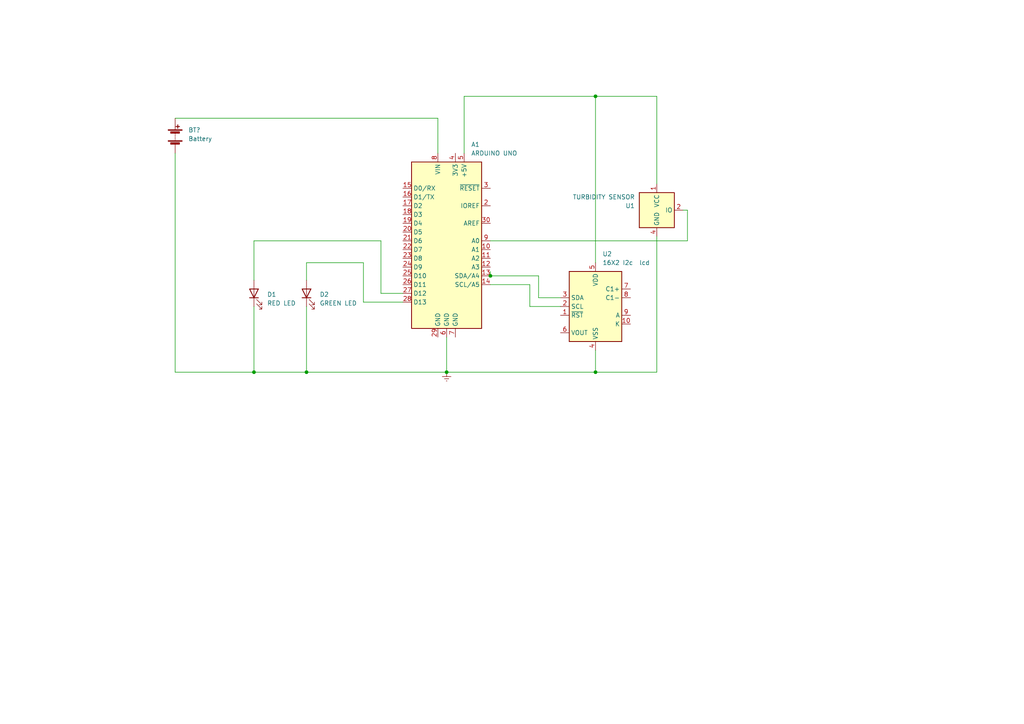
<source format=kicad_sch>
(kicad_sch (version 20211123) (generator eeschema)

  (uuid 81cd3fc0-3d10-4c64-a433-2f4038f8770e)

  (paper "A4")

  (lib_symbols
    (symbol "Device:Battery" (pin_numbers hide) (pin_names (offset 0) hide) (in_bom yes) (on_board yes)
      (property "Reference" "BT" (id 0) (at 2.54 2.54 0)
        (effects (font (size 1.27 1.27)) (justify left))
      )
      (property "Value" "Battery" (id 1) (at 2.54 0 0)
        (effects (font (size 1.27 1.27)) (justify left))
      )
      (property "Footprint" "" (id 2) (at 0 1.524 90)
        (effects (font (size 1.27 1.27)) hide)
      )
      (property "Datasheet" "~" (id 3) (at 0 1.524 90)
        (effects (font (size 1.27 1.27)) hide)
      )
      (property "ki_keywords" "batt voltage-source cell" (id 4) (at 0 0 0)
        (effects (font (size 1.27 1.27)) hide)
      )
      (property "ki_description" "Multiple-cell battery" (id 5) (at 0 0 0)
        (effects (font (size 1.27 1.27)) hide)
      )
      (symbol "Battery_0_1"
        (rectangle (start -2.032 -1.397) (end 2.032 -1.651)
          (stroke (width 0) (type default) (color 0 0 0 0))
          (fill (type outline))
        )
        (rectangle (start -2.032 1.778) (end 2.032 1.524)
          (stroke (width 0) (type default) (color 0 0 0 0))
          (fill (type outline))
        )
        (rectangle (start -1.3208 -1.9812) (end 1.27 -2.4892)
          (stroke (width 0) (type default) (color 0 0 0 0))
          (fill (type outline))
        )
        (rectangle (start -1.3208 1.1938) (end 1.27 0.6858)
          (stroke (width 0) (type default) (color 0 0 0 0))
          (fill (type outline))
        )
        (polyline
          (pts
            (xy 0 -1.524)
            (xy 0 -1.27)
          )
          (stroke (width 0) (type default) (color 0 0 0 0))
          (fill (type none))
        )
        (polyline
          (pts
            (xy 0 -1.016)
            (xy 0 -0.762)
          )
          (stroke (width 0) (type default) (color 0 0 0 0))
          (fill (type none))
        )
        (polyline
          (pts
            (xy 0 -0.508)
            (xy 0 -0.254)
          )
          (stroke (width 0) (type default) (color 0 0 0 0))
          (fill (type none))
        )
        (polyline
          (pts
            (xy 0 0)
            (xy 0 0.254)
          )
          (stroke (width 0) (type default) (color 0 0 0 0))
          (fill (type none))
        )
        (polyline
          (pts
            (xy 0 0.508)
            (xy 0 0.762)
          )
          (stroke (width 0) (type default) (color 0 0 0 0))
          (fill (type none))
        )
        (polyline
          (pts
            (xy 0 1.778)
            (xy 0 2.54)
          )
          (stroke (width 0) (type default) (color 0 0 0 0))
          (fill (type none))
        )
        (polyline
          (pts
            (xy 0.254 2.667)
            (xy 1.27 2.667)
          )
          (stroke (width 0.254) (type default) (color 0 0 0 0))
          (fill (type none))
        )
        (polyline
          (pts
            (xy 0.762 3.175)
            (xy 0.762 2.159)
          )
          (stroke (width 0.254) (type default) (color 0 0 0 0))
          (fill (type none))
        )
      )
      (symbol "Battery_1_1"
        (pin passive line (at 0 5.08 270) (length 2.54)
          (name "+" (effects (font (size 1.27 1.27))))
          (number "1" (effects (font (size 1.27 1.27))))
        )
        (pin passive line (at 0 -5.08 90) (length 2.54)
          (name "-" (effects (font (size 1.27 1.27))))
          (number "2" (effects (font (size 1.27 1.27))))
        )
      )
    )
    (symbol "Device:LED" (pin_numbers hide) (pin_names (offset 1.016) hide) (in_bom yes) (on_board yes)
      (property "Reference" "D" (id 0) (at 0 2.54 0)
        (effects (font (size 1.27 1.27)))
      )
      (property "Value" "LED" (id 1) (at 0 -2.54 0)
        (effects (font (size 1.27 1.27)))
      )
      (property "Footprint" "" (id 2) (at 0 0 0)
        (effects (font (size 1.27 1.27)) hide)
      )
      (property "Datasheet" "~" (id 3) (at 0 0 0)
        (effects (font (size 1.27 1.27)) hide)
      )
      (property "ki_keywords" "LED diode" (id 4) (at 0 0 0)
        (effects (font (size 1.27 1.27)) hide)
      )
      (property "ki_description" "Light emitting diode" (id 5) (at 0 0 0)
        (effects (font (size 1.27 1.27)) hide)
      )
      (property "ki_fp_filters" "LED* LED_SMD:* LED_THT:*" (id 6) (at 0 0 0)
        (effects (font (size 1.27 1.27)) hide)
      )
      (symbol "LED_0_1"
        (polyline
          (pts
            (xy -1.27 -1.27)
            (xy -1.27 1.27)
          )
          (stroke (width 0.254) (type default) (color 0 0 0 0))
          (fill (type none))
        )
        (polyline
          (pts
            (xy -1.27 0)
            (xy 1.27 0)
          )
          (stroke (width 0) (type default) (color 0 0 0 0))
          (fill (type none))
        )
        (polyline
          (pts
            (xy 1.27 -1.27)
            (xy 1.27 1.27)
            (xy -1.27 0)
            (xy 1.27 -1.27)
          )
          (stroke (width 0.254) (type default) (color 0 0 0 0))
          (fill (type none))
        )
        (polyline
          (pts
            (xy -3.048 -0.762)
            (xy -4.572 -2.286)
            (xy -3.81 -2.286)
            (xy -4.572 -2.286)
            (xy -4.572 -1.524)
          )
          (stroke (width 0) (type default) (color 0 0 0 0))
          (fill (type none))
        )
        (polyline
          (pts
            (xy -1.778 -0.762)
            (xy -3.302 -2.286)
            (xy -2.54 -2.286)
            (xy -3.302 -2.286)
            (xy -3.302 -1.524)
          )
          (stroke (width 0) (type default) (color 0 0 0 0))
          (fill (type none))
        )
      )
      (symbol "LED_1_1"
        (pin passive line (at -3.81 0 0) (length 2.54)
          (name "K" (effects (font (size 1.27 1.27))))
          (number "1" (effects (font (size 1.27 1.27))))
        )
        (pin passive line (at 3.81 0 180) (length 2.54)
          (name "A" (effects (font (size 1.27 1.27))))
          (number "2" (effects (font (size 1.27 1.27))))
        )
      )
    )
    (symbol "Display_Character:NHD-C0220BIZ" (in_bom yes) (on_board yes)
      (property "Reference" "U" (id 0) (at -6.35 11.43 0)
        (effects (font (size 1.27 1.27)))
      )
      (property "Value" "NHD-C0220BIZ" (id 1) (at 8.89 11.43 0)
        (effects (font (size 1.27 1.27)))
      )
      (property "Footprint" "Display:NHD-C0220BiZ" (id 2) (at 0 -15.24 0)
        (effects (font (size 1.27 1.27)) hide)
      )
      (property "Datasheet" "http://www.newhavendisplay.com/specs/NHD-C0220BiZ-FSW-FBW-3V3M.pdf" (id 3) (at -7.62 15.24 0)
        (effects (font (size 1.27 1.27)) hide)
      )
      (property "ki_keywords" "display LCD 20x2" (id 4) (at 0 0 0)
        (effects (font (size 1.27 1.27)) hide)
      )
      (property "ki_description" "LCD 20x2 Alphanumeric 10pin Blue/White/Green Backlight, i2c, 3.3V VDD" (id 5) (at 0 0 0)
        (effects (font (size 1.27 1.27)) hide)
      )
      (property "ki_fp_filters" "NHD*C0220BiZ*" (id 6) (at 0 0 0)
        (effects (font (size 1.27 1.27)) hide)
      )
      (symbol "NHD-C0220BIZ_0_1"
        (rectangle (start -7.62 10.16) (end 7.62 -10.16)
          (stroke (width 0.254) (type default) (color 0 0 0 0))
          (fill (type background))
        )
      )
      (symbol "NHD-C0220BIZ_1_1"
        (pin input line (at -10.16 -2.54 0) (length 2.54)
          (name "~{RST}" (effects (font (size 1.27 1.27))))
          (number "1" (effects (font (size 1.27 1.27))))
        )
        (pin passive line (at 10.16 -5.08 180) (length 2.54)
          (name "K" (effects (font (size 1.27 1.27))))
          (number "10" (effects (font (size 1.27 1.27))))
        )
        (pin input line (at -10.16 0 0) (length 2.54)
          (name "SCL" (effects (font (size 1.27 1.27))))
          (number "2" (effects (font (size 1.27 1.27))))
        )
        (pin bidirectional line (at -10.16 2.54 0) (length 2.54)
          (name "SDA" (effects (font (size 1.27 1.27))))
          (number "3" (effects (font (size 1.27 1.27))))
        )
        (pin power_in line (at 0 -12.7 90) (length 2.54)
          (name "VSS" (effects (font (size 1.27 1.27))))
          (number "4" (effects (font (size 1.27 1.27))))
        )
        (pin power_in line (at 0 12.7 270) (length 2.54)
          (name "VDD" (effects (font (size 1.27 1.27))))
          (number "5" (effects (font (size 1.27 1.27))))
        )
        (pin passive line (at -10.16 -7.62 0) (length 2.54)
          (name "VOUT" (effects (font (size 1.27 1.27))))
          (number "6" (effects (font (size 1.27 1.27))))
        )
        (pin passive line (at 10.16 5.08 180) (length 2.54)
          (name "C1+" (effects (font (size 1.27 1.27))))
          (number "7" (effects (font (size 1.27 1.27))))
        )
        (pin passive line (at 10.16 2.54 180) (length 2.54)
          (name "C1-" (effects (font (size 1.27 1.27))))
          (number "8" (effects (font (size 1.27 1.27))))
        )
        (pin passive line (at 10.16 -2.54 180) (length 2.54)
          (name "A" (effects (font (size 1.27 1.27))))
          (number "9" (effects (font (size 1.27 1.27))))
        )
      )
    )
    (symbol "MCU_Module:Arduino_UNO_R2" (in_bom yes) (on_board yes)
      (property "Reference" "A" (id 0) (at -10.16 23.495 0)
        (effects (font (size 1.27 1.27)) (justify left bottom))
      )
      (property "Value" "Arduino_UNO_R2" (id 1) (at 5.08 -26.67 0)
        (effects (font (size 1.27 1.27)) (justify left top))
      )
      (property "Footprint" "Module:Arduino_UNO_R2" (id 2) (at 0 0 0)
        (effects (font (size 1.27 1.27) italic) hide)
      )
      (property "Datasheet" "https://www.arduino.cc/en/Main/arduinoBoardUno" (id 3) (at 0 0 0)
        (effects (font (size 1.27 1.27)) hide)
      )
      (property "ki_keywords" "Arduino UNO R3 Microcontroller Module Atmel AVR USB" (id 4) (at 0 0 0)
        (effects (font (size 1.27 1.27)) hide)
      )
      (property "ki_description" "Arduino UNO Microcontroller Module, release 2" (id 5) (at 0 0 0)
        (effects (font (size 1.27 1.27)) hide)
      )
      (property "ki_fp_filters" "Arduino*UNO*R2*" (id 6) (at 0 0 0)
        (effects (font (size 1.27 1.27)) hide)
      )
      (symbol "Arduino_UNO_R2_0_1"
        (rectangle (start -10.16 22.86) (end 10.16 -25.4)
          (stroke (width 0.254) (type default) (color 0 0 0 0))
          (fill (type background))
        )
      )
      (symbol "Arduino_UNO_R2_1_1"
        (pin no_connect line (at -10.16 -20.32 0) (length 2.54) hide
          (name "NC" (effects (font (size 1.27 1.27))))
          (number "1" (effects (font (size 1.27 1.27))))
        )
        (pin bidirectional line (at 12.7 -2.54 180) (length 2.54)
          (name "A1" (effects (font (size 1.27 1.27))))
          (number "10" (effects (font (size 1.27 1.27))))
        )
        (pin bidirectional line (at 12.7 -5.08 180) (length 2.54)
          (name "A2" (effects (font (size 1.27 1.27))))
          (number "11" (effects (font (size 1.27 1.27))))
        )
        (pin bidirectional line (at 12.7 -7.62 180) (length 2.54)
          (name "A3" (effects (font (size 1.27 1.27))))
          (number "12" (effects (font (size 1.27 1.27))))
        )
        (pin bidirectional line (at 12.7 -10.16 180) (length 2.54)
          (name "SDA/A4" (effects (font (size 1.27 1.27))))
          (number "13" (effects (font (size 1.27 1.27))))
        )
        (pin bidirectional line (at 12.7 -12.7 180) (length 2.54)
          (name "SCL/A5" (effects (font (size 1.27 1.27))))
          (number "14" (effects (font (size 1.27 1.27))))
        )
        (pin bidirectional line (at -12.7 15.24 0) (length 2.54)
          (name "D0/RX" (effects (font (size 1.27 1.27))))
          (number "15" (effects (font (size 1.27 1.27))))
        )
        (pin bidirectional line (at -12.7 12.7 0) (length 2.54)
          (name "D1/TX" (effects (font (size 1.27 1.27))))
          (number "16" (effects (font (size 1.27 1.27))))
        )
        (pin bidirectional line (at -12.7 10.16 0) (length 2.54)
          (name "D2" (effects (font (size 1.27 1.27))))
          (number "17" (effects (font (size 1.27 1.27))))
        )
        (pin bidirectional line (at -12.7 7.62 0) (length 2.54)
          (name "D3" (effects (font (size 1.27 1.27))))
          (number "18" (effects (font (size 1.27 1.27))))
        )
        (pin bidirectional line (at -12.7 5.08 0) (length 2.54)
          (name "D4" (effects (font (size 1.27 1.27))))
          (number "19" (effects (font (size 1.27 1.27))))
        )
        (pin output line (at 12.7 10.16 180) (length 2.54)
          (name "IOREF" (effects (font (size 1.27 1.27))))
          (number "2" (effects (font (size 1.27 1.27))))
        )
        (pin bidirectional line (at -12.7 2.54 0) (length 2.54)
          (name "D5" (effects (font (size 1.27 1.27))))
          (number "20" (effects (font (size 1.27 1.27))))
        )
        (pin bidirectional line (at -12.7 0 0) (length 2.54)
          (name "D6" (effects (font (size 1.27 1.27))))
          (number "21" (effects (font (size 1.27 1.27))))
        )
        (pin bidirectional line (at -12.7 -2.54 0) (length 2.54)
          (name "D7" (effects (font (size 1.27 1.27))))
          (number "22" (effects (font (size 1.27 1.27))))
        )
        (pin bidirectional line (at -12.7 -5.08 0) (length 2.54)
          (name "D8" (effects (font (size 1.27 1.27))))
          (number "23" (effects (font (size 1.27 1.27))))
        )
        (pin bidirectional line (at -12.7 -7.62 0) (length 2.54)
          (name "D9" (effects (font (size 1.27 1.27))))
          (number "24" (effects (font (size 1.27 1.27))))
        )
        (pin bidirectional line (at -12.7 -10.16 0) (length 2.54)
          (name "D10" (effects (font (size 1.27 1.27))))
          (number "25" (effects (font (size 1.27 1.27))))
        )
        (pin bidirectional line (at -12.7 -12.7 0) (length 2.54)
          (name "D11" (effects (font (size 1.27 1.27))))
          (number "26" (effects (font (size 1.27 1.27))))
        )
        (pin bidirectional line (at -12.7 -15.24 0) (length 2.54)
          (name "D12" (effects (font (size 1.27 1.27))))
          (number "27" (effects (font (size 1.27 1.27))))
        )
        (pin bidirectional line (at -12.7 -17.78 0) (length 2.54)
          (name "D13" (effects (font (size 1.27 1.27))))
          (number "28" (effects (font (size 1.27 1.27))))
        )
        (pin power_in line (at -2.54 -27.94 90) (length 2.54)
          (name "GND" (effects (font (size 1.27 1.27))))
          (number "29" (effects (font (size 1.27 1.27))))
        )
        (pin input line (at 12.7 15.24 180) (length 2.54)
          (name "~{RESET}" (effects (font (size 1.27 1.27))))
          (number "3" (effects (font (size 1.27 1.27))))
        )
        (pin input line (at 12.7 5.08 180) (length 2.54)
          (name "AREF" (effects (font (size 1.27 1.27))))
          (number "30" (effects (font (size 1.27 1.27))))
        )
        (pin power_out line (at 2.54 25.4 270) (length 2.54)
          (name "3V3" (effects (font (size 1.27 1.27))))
          (number "4" (effects (font (size 1.27 1.27))))
        )
        (pin power_out line (at 5.08 25.4 270) (length 2.54)
          (name "+5V" (effects (font (size 1.27 1.27))))
          (number "5" (effects (font (size 1.27 1.27))))
        )
        (pin power_in line (at 0 -27.94 90) (length 2.54)
          (name "GND" (effects (font (size 1.27 1.27))))
          (number "6" (effects (font (size 1.27 1.27))))
        )
        (pin power_in line (at 2.54 -27.94 90) (length 2.54)
          (name "GND" (effects (font (size 1.27 1.27))))
          (number "7" (effects (font (size 1.27 1.27))))
        )
        (pin power_in line (at -2.54 25.4 270) (length 2.54)
          (name "VIN" (effects (font (size 1.27 1.27))))
          (number "8" (effects (font (size 1.27 1.27))))
        )
        (pin bidirectional line (at 12.7 0 180) (length 2.54)
          (name "A0" (effects (font (size 1.27 1.27))))
          (number "9" (effects (font (size 1.27 1.27))))
        )
      )
    )
    (symbol "Sensor:CHT11" (in_bom yes) (on_board yes)
      (property "Reference" "U" (id 0) (at -3.81 6.35 0)
        (effects (font (size 1.27 1.27)))
      )
      (property "Value" "CHT11" (id 1) (at 3.81 6.35 0)
        (effects (font (size 1.27 1.27)))
      )
      (property "Footprint" "Sensor:Aosong_DHT11_5.5x12.0_P2.54mm" (id 2) (at 0 -10.16 0)
        (effects (font (size 1.27 1.27)) hide)
      )
      (property "Datasheet" "http://aosong.com/en/products-21.html" (id 3) (at 3.81 6.35 0)
        (effects (font (size 1.27 1.27)) hide)
      )
      (property "ki_keywords" "Digital temperature humidity sensor" (id 4) (at 0 0 0)
        (effects (font (size 1.27 1.27)) hide)
      )
      (property "ki_description" "Temperature and humidity module" (id 5) (at 0 0 0)
        (effects (font (size 1.27 1.27)) hide)
      )
      (property "ki_fp_filters" "Aosong*DHT11*5.5x12.0*P2.54mm*" (id 6) (at 0 0 0)
        (effects (font (size 1.27 1.27)) hide)
      )
      (symbol "CHT11_0_1"
        (rectangle (start -5.08 5.08) (end 5.08 -5.08)
          (stroke (width 0.254) (type default) (color 0 0 0 0))
          (fill (type background))
        )
      )
      (symbol "CHT11_1_1"
        (pin power_in line (at 0 7.62 270) (length 2.54)
          (name "VCC" (effects (font (size 1.27 1.27))))
          (number "1" (effects (font (size 1.27 1.27))))
        )
        (pin bidirectional line (at 7.62 0 180) (length 2.54)
          (name "IO" (effects (font (size 1.27 1.27))))
          (number "2" (effects (font (size 1.27 1.27))))
        )
        (pin no_connect line (at -5.08 0 0) (length 2.54) hide
          (name "NC" (effects (font (size 1.27 1.27))))
          (number "3" (effects (font (size 1.27 1.27))))
        )
        (pin power_in line (at 0 -7.62 90) (length 2.54)
          (name "GND" (effects (font (size 1.27 1.27))))
          (number "4" (effects (font (size 1.27 1.27))))
        )
      )
    )
    (symbol "power:Earth" (power) (pin_names (offset 0)) (in_bom yes) (on_board yes)
      (property "Reference" "#PWR" (id 0) (at 0 -6.35 0)
        (effects (font (size 1.27 1.27)) hide)
      )
      (property "Value" "Earth" (id 1) (at 0 -3.81 0)
        (effects (font (size 1.27 1.27)) hide)
      )
      (property "Footprint" "" (id 2) (at 0 0 0)
        (effects (font (size 1.27 1.27)) hide)
      )
      (property "Datasheet" "~" (id 3) (at 0 0 0)
        (effects (font (size 1.27 1.27)) hide)
      )
      (property "ki_keywords" "power-flag ground gnd" (id 4) (at 0 0 0)
        (effects (font (size 1.27 1.27)) hide)
      )
      (property "ki_description" "Power symbol creates a global label with name \"Earth\"" (id 5) (at 0 0 0)
        (effects (font (size 1.27 1.27)) hide)
      )
      (symbol "Earth_0_1"
        (polyline
          (pts
            (xy -0.635 -1.905)
            (xy 0.635 -1.905)
          )
          (stroke (width 0) (type default) (color 0 0 0 0))
          (fill (type none))
        )
        (polyline
          (pts
            (xy -0.127 -2.54)
            (xy 0.127 -2.54)
          )
          (stroke (width 0) (type default) (color 0 0 0 0))
          (fill (type none))
        )
        (polyline
          (pts
            (xy 0 -1.27)
            (xy 0 0)
          )
          (stroke (width 0) (type default) (color 0 0 0 0))
          (fill (type none))
        )
        (polyline
          (pts
            (xy 1.27 -1.27)
            (xy -1.27 -1.27)
          )
          (stroke (width 0) (type default) (color 0 0 0 0))
          (fill (type none))
        )
      )
      (symbol "Earth_1_1"
        (pin power_in line (at 0 0 270) (length 0) hide
          (name "Earth" (effects (font (size 1.27 1.27))))
          (number "1" (effects (font (size 1.27 1.27))))
        )
      )
    )
  )

  (junction (at 129.54 107.95) (diameter 0) (color 0 0 0 0)
    (uuid 292e7f8b-d155-4308-9a2f-066a88a02fbf)
  )
  (junction (at 172.72 107.95) (diameter 0) (color 0 0 0 0)
    (uuid 2e2ac778-31db-451c-ae66-8215d68a4aeb)
  )
  (junction (at 88.9 107.95) (diameter 0) (color 0 0 0 0)
    (uuid 398f3903-30e2-431d-883d-869d86ebcc5b)
  )
  (junction (at 172.72 27.94) (diameter 0) (color 0 0 0 0)
    (uuid 7aba84d2-422e-4a76-83e0-4a5e96e8ddab)
  )
  (junction (at 142.24 80.01) (diameter 0) (color 0 0 0 0)
    (uuid a9ada752-a1fd-4910-aaf5-0968a3bb7de2)
  )
  (junction (at 73.66 107.95) (diameter 0) (color 0 0 0 0)
    (uuid d14ab0b4-30a4-440d-9198-5f878c6170d9)
  )

  (wire (pts (xy 134.62 27.94) (xy 134.62 44.45))
    (stroke (width 0) (type default) (color 0 0 0 0))
    (uuid 202a8a7a-208d-4baf-94bc-618c14e42d48)
  )
  (wire (pts (xy 110.49 69.85) (xy 110.49 85.09))
    (stroke (width 0) (type default) (color 0 0 0 0))
    (uuid 2d6bc2d3-77fe-44c7-a2a0-702958051d0b)
  )
  (wire (pts (xy 172.72 107.95) (xy 129.54 107.95))
    (stroke (width 0) (type default) (color 0 0 0 0))
    (uuid 30ddea7b-7bfd-4f27-a58a-da7c80fdf47d)
  )
  (wire (pts (xy 105.41 87.63) (xy 116.84 87.63))
    (stroke (width 0) (type default) (color 0 0 0 0))
    (uuid 32c5eadf-bdba-4c7a-92bc-a42f16d9409a)
  )
  (wire (pts (xy 156.21 86.36) (xy 162.56 86.36))
    (stroke (width 0) (type default) (color 0 0 0 0))
    (uuid 3567f94b-b4f3-48a0-9be0-9710bb1f36be)
  )
  (wire (pts (xy 105.41 76.2) (xy 105.41 87.63))
    (stroke (width 0) (type default) (color 0 0 0 0))
    (uuid 358d04d3-c491-4d6f-98d0-14e056282c76)
  )
  (wire (pts (xy 142.24 80.01) (xy 142.24 78.74))
    (stroke (width 0) (type default) (color 0 0 0 0))
    (uuid 39c904db-d93d-4faa-93a7-751e76930c40)
  )
  (wire (pts (xy 153.67 82.55) (xy 153.67 88.9))
    (stroke (width 0) (type default) (color 0 0 0 0))
    (uuid 3bdbc926-7009-409f-adea-4c5f1223d1aa)
  )
  (wire (pts (xy 73.66 69.85) (xy 110.49 69.85))
    (stroke (width 0) (type default) (color 0 0 0 0))
    (uuid 49bcaaad-dfb4-45db-8218-89dcf09c5c57)
  )
  (wire (pts (xy 73.66 81.28) (xy 73.66 69.85))
    (stroke (width 0) (type default) (color 0 0 0 0))
    (uuid 57627f81-c02b-4c38-864f-30a703ea9c23)
  )
  (wire (pts (xy 172.72 27.94) (xy 172.72 76.2))
    (stroke (width 0) (type default) (color 0 0 0 0))
    (uuid 57e1184a-f542-4396-a13b-1f249a36ff4c)
  )
  (wire (pts (xy 142.24 82.55) (xy 153.67 82.55))
    (stroke (width 0) (type default) (color 0 0 0 0))
    (uuid 5f254abb-e4f4-4c44-9070-ad98e626d48c)
  )
  (wire (pts (xy 199.39 60.96) (xy 199.39 69.85))
    (stroke (width 0) (type default) (color 0 0 0 0))
    (uuid 5f6555aa-1b9c-476b-9e6a-9ce210e326fc)
  )
  (wire (pts (xy 110.49 85.09) (xy 116.84 85.09))
    (stroke (width 0) (type default) (color 0 0 0 0))
    (uuid 6b0ccda2-1c24-4eaa-a7d2-65985943cb9d)
  )
  (wire (pts (xy 73.66 107.95) (xy 73.66 88.9))
    (stroke (width 0) (type default) (color 0 0 0 0))
    (uuid 706686c3-43f3-4abc-82c3-0e5a393b3203)
  )
  (wire (pts (xy 156.21 80.01) (xy 142.24 80.01))
    (stroke (width 0) (type default) (color 0 0 0 0))
    (uuid 7101330e-7950-4eb0-a496-1703d3379b52)
  )
  (wire (pts (xy 50.8 44.45) (xy 50.8 107.95))
    (stroke (width 0) (type default) (color 0 0 0 0))
    (uuid 7c0284c5-e6bd-4b8e-8d12-68fbc41ffa5f)
  )
  (wire (pts (xy 73.66 107.95) (xy 88.9 107.95))
    (stroke (width 0) (type default) (color 0 0 0 0))
    (uuid 7d8e687b-fd6f-49fa-810b-3c5e1083ae03)
  )
  (wire (pts (xy 190.5 68.58) (xy 190.5 107.95))
    (stroke (width 0) (type default) (color 0 0 0 0))
    (uuid 82e3e19d-f0b6-429e-ace3-9c6cd7020566)
  )
  (wire (pts (xy 127 34.29) (xy 127 44.45))
    (stroke (width 0) (type default) (color 0 0 0 0))
    (uuid 839e9226-d100-4a78-9d08-87b106fa4e4f)
  )
  (wire (pts (xy 88.9 81.28) (xy 88.9 76.2))
    (stroke (width 0) (type default) (color 0 0 0 0))
    (uuid 97760c59-96dd-4825-a145-30a0037aa38a)
  )
  (wire (pts (xy 153.67 88.9) (xy 162.56 88.9))
    (stroke (width 0) (type default) (color 0 0 0 0))
    (uuid 9b4dba2e-3bb2-4ce4-90bf-cbe56e1af4fa)
  )
  (wire (pts (xy 172.72 101.6) (xy 172.72 107.95))
    (stroke (width 0) (type default) (color 0 0 0 0))
    (uuid 9fe18ae3-e875-4f33-a32a-8078dd58de25)
  )
  (wire (pts (xy 172.72 27.94) (xy 190.5 27.94))
    (stroke (width 0) (type default) (color 0 0 0 0))
    (uuid a11feb16-6926-4e6b-a223-a95eac1d4c93)
  )
  (wire (pts (xy 88.9 76.2) (xy 105.41 76.2))
    (stroke (width 0) (type default) (color 0 0 0 0))
    (uuid cac96bad-1870-44ad-a6f0-81e29580833d)
  )
  (wire (pts (xy 156.21 80.01) (xy 156.21 86.36))
    (stroke (width 0) (type default) (color 0 0 0 0))
    (uuid cbbdec17-2519-4594-b7e7-a6098d215ac3)
  )
  (wire (pts (xy 50.8 107.95) (xy 73.66 107.95))
    (stroke (width 0) (type default) (color 0 0 0 0))
    (uuid d3bd381c-1277-4157-a59b-51b74a0b8114)
  )
  (wire (pts (xy 50.8 34.29) (xy 127 34.29))
    (stroke (width 0) (type default) (color 0 0 0 0))
    (uuid d5d2cb55-8106-4cf1-963d-05d50250a710)
  )
  (wire (pts (xy 199.39 69.85) (xy 142.24 69.85))
    (stroke (width 0) (type default) (color 0 0 0 0))
    (uuid d69438ca-eb1f-4aa4-bc99-fd2e253c065d)
  )
  (wire (pts (xy 190.5 107.95) (xy 172.72 107.95))
    (stroke (width 0) (type default) (color 0 0 0 0))
    (uuid d6f8010a-77b2-4891-8a7c-dcfa17f8158d)
  )
  (wire (pts (xy 172.72 27.94) (xy 134.62 27.94))
    (stroke (width 0) (type default) (color 0 0 0 0))
    (uuid e266c274-2e97-4f89-bb99-a10418164cbd)
  )
  (wire (pts (xy 129.54 107.95) (xy 129.54 97.79))
    (stroke (width 0) (type default) (color 0 0 0 0))
    (uuid ea78e384-6a90-456c-b22b-207d879d54e0)
  )
  (wire (pts (xy 190.5 27.94) (xy 190.5 53.34))
    (stroke (width 0) (type default) (color 0 0 0 0))
    (uuid f3a06556-cdb6-44cf-aae8-02c81e63eaab)
  )
  (wire (pts (xy 88.9 88.9) (xy 88.9 107.95))
    (stroke (width 0) (type default) (color 0 0 0 0))
    (uuid f5e93eb6-4874-46dc-a3aa-52f7488601c8)
  )
  (wire (pts (xy 198.12 60.96) (xy 199.39 60.96))
    (stroke (width 0) (type default) (color 0 0 0 0))
    (uuid fb555e33-883c-48cf-afaf-70bba77f704a)
  )
  (wire (pts (xy 129.54 107.95) (xy 88.9 107.95))
    (stroke (width 0) (type default) (color 0 0 0 0))
    (uuid ffc64a71-69cb-4072-bbbd-e40fb8a20419)
  )

  (symbol (lib_id "Device:LED") (at 88.9 85.09 90) (unit 1)
    (in_bom yes) (on_board yes) (fields_autoplaced)
    (uuid 188a949f-3285-4eb7-ab19-46a5dcf51e2e)
    (property "Reference" "D2" (id 0) (at 92.71 85.4074 90)
      (effects (font (size 1.27 1.27)) (justify right))
    )
    (property "Value" "GREEN LED" (id 1) (at 92.71 87.9474 90)
      (effects (font (size 1.27 1.27)) (justify right))
    )
    (property "Footprint" "" (id 2) (at 88.9 85.09 0)
      (effects (font (size 1.27 1.27)) hide)
    )
    (property "Datasheet" "~" (id 3) (at 88.9 85.09 0)
      (effects (font (size 1.27 1.27)) hide)
    )
    (pin "1" (uuid b60ef15a-801b-428f-a5c6-b23b459e147d))
    (pin "2" (uuid 6502dc4a-1f76-4841-b14b-e0a8f3218dd4))
  )

  (symbol (lib_id "power:Earth") (at 129.54 107.95 0) (unit 1)
    (in_bom yes) (on_board yes) (fields_autoplaced)
    (uuid a20183ee-c2a4-400b-bedb-62c561f46aa0)
    (property "Reference" "#PWR?" (id 0) (at 129.54 114.3 0)
      (effects (font (size 1.27 1.27)) hide)
    )
    (property "Value" "Earth" (id 1) (at 129.54 111.76 0)
      (effects (font (size 1.27 1.27)) hide)
    )
    (property "Footprint" "" (id 2) (at 129.54 107.95 0)
      (effects (font (size 1.27 1.27)) hide)
    )
    (property "Datasheet" "~" (id 3) (at 129.54 107.95 0)
      (effects (font (size 1.27 1.27)) hide)
    )
    (pin "1" (uuid 281cbf89-da12-4a10-a23f-99d4d56a96e6))
  )

  (symbol (lib_id "Device:Battery") (at 50.8 39.37 0) (unit 1)
    (in_bom yes) (on_board yes) (fields_autoplaced)
    (uuid adbe74ee-9746-493c-8220-d87ca9d832a4)
    (property "Reference" "BT?" (id 0) (at 54.61 37.7189 0)
      (effects (font (size 1.27 1.27)) (justify left))
    )
    (property "Value" "Battery" (id 1) (at 54.61 40.2589 0)
      (effects (font (size 1.27 1.27)) (justify left))
    )
    (property "Footprint" "" (id 2) (at 50.8 37.846 90)
      (effects (font (size 1.27 1.27)) hide)
    )
    (property "Datasheet" "~" (id 3) (at 50.8 37.846 90)
      (effects (font (size 1.27 1.27)) hide)
    )
    (pin "1" (uuid e82bdc9a-030c-4a7b-b20c-9719e761ba27))
    (pin "2" (uuid 8fb37765-29cd-4b42-a984-0e29243d11fb))
  )

  (symbol (lib_id "MCU_Module:Arduino_UNO_R2") (at 129.54 69.85 0) (unit 1)
    (in_bom yes) (on_board yes) (fields_autoplaced)
    (uuid b8536a32-a559-4f5b-a416-515b39881fdc)
    (property "Reference" "A1" (id 0) (at 136.6394 41.91 0)
      (effects (font (size 1.27 1.27)) (justify left))
    )
    (property "Value" "ARDUINO UNO" (id 1) (at 136.6394 44.45 0)
      (effects (font (size 1.27 1.27)) (justify left))
    )
    (property "Footprint" "Module:Arduino_UNO_R2" (id 2) (at 129.54 69.85 0)
      (effects (font (size 1.27 1.27) italic) hide)
    )
    (property "Datasheet" "https://www.arduino.cc/en/Main/arduinoBoardUno" (id 3) (at 129.54 69.85 0)
      (effects (font (size 1.27 1.27)) hide)
    )
    (pin "1" (uuid 8aeecaa3-d84b-4c61-bc77-83517828a075))
    (pin "10" (uuid d5e957a0-e51d-4cf6-a500-fa231f9353e2))
    (pin "11" (uuid e3980121-e7b2-4ab0-90ad-8c418edda982))
    (pin "12" (uuid 9f12ea73-d4c1-497e-b688-fc3f7a1038a5))
    (pin "13" (uuid 9c0759dd-1987-4a6c-bce9-724cee9feabb))
    (pin "14" (uuid baffb196-10c6-4f01-b8a5-919c31b1b066))
    (pin "15" (uuid 7e1a79c3-73b9-4636-858d-4fd08af86499))
    (pin "16" (uuid 7e5302a3-52dd-4642-9483-c35be69f3368))
    (pin "17" (uuid f4960048-d125-48a6-8f01-d4bd95b328fb))
    (pin "18" (uuid eecfdcec-e14c-435c-a6fd-b0d2c4e9cbdd))
    (pin "19" (uuid 52914346-40cd-4f2d-81e5-35671235c946))
    (pin "2" (uuid 0279b098-61d6-4b7a-b708-4c9926d1cae5))
    (pin "20" (uuid f98e7792-69ba-405e-83d7-b142fb6076d7))
    (pin "21" (uuid a4b8e4a8-c156-4fff-9580-5cf7a69448a4))
    (pin "22" (uuid c2925831-cde0-40ab-83fd-d687d81019fc))
    (pin "23" (uuid 6935c443-4578-4c39-8d1c-4f0ec9acaafb))
    (pin "24" (uuid 1d5599f1-83f1-401c-99be-005df100bbcc))
    (pin "25" (uuid b99aa612-9b19-46cf-ab9a-8496b9264cf2))
    (pin "26" (uuid ae76a1ed-8371-457e-a580-2a6e0f2570b7))
    (pin "27" (uuid 5362e7c5-65eb-47cc-9e70-0178e3158c42))
    (pin "28" (uuid be29125d-5c77-4d12-ac8f-fbac80d027a0))
    (pin "29" (uuid 2131fdd5-ebb0-41cc-928d-1cd71f456ec5))
    (pin "3" (uuid 0b436515-2113-47eb-a01d-28cc382f0681))
    (pin "30" (uuid 442131ab-dc33-4ad7-a44c-436ae73f4522))
    (pin "4" (uuid d068c926-d683-46bf-aec9-501ea5b87ecf))
    (pin "5" (uuid dc7c3f27-8d0f-4f9a-9cfe-7060756fbc89))
    (pin "6" (uuid fe6ac219-5e89-43c3-a232-28889f717332))
    (pin "7" (uuid c32a48fa-650d-4d41-970d-8e13f91b6cf7))
    (pin "8" (uuid 27a7fdd2-23cd-4991-9d7d-24454c578dac))
    (pin "9" (uuid d660c271-1cf2-4f8b-9ac5-df053f1b81ed))
  )

  (symbol (lib_id "Display_Character:NHD-C0220BIZ") (at 172.72 88.9 0) (unit 1)
    (in_bom yes) (on_board yes) (fields_autoplaced)
    (uuid b9cea5ff-a3dd-4f29-a655-80298e7c52f0)
    (property "Reference" "U2" (id 0) (at 174.7394 73.66 0)
      (effects (font (size 1.27 1.27)) (justify left))
    )
    (property "Value" "16X2 I2c  lcd" (id 1) (at 174.7394 76.2 0)
      (effects (font (size 1.27 1.27)) (justify left))
    )
    (property "Footprint" "Display:NHD-C0220BiZ" (id 2) (at 172.72 104.14 0)
      (effects (font (size 1.27 1.27)) hide)
    )
    (property "Datasheet" "http://www.newhavendisplay.com/specs/NHD-C0220BiZ-FSW-FBW-3V3M.pdf" (id 3) (at 165.1 73.66 0)
      (effects (font (size 1.27 1.27)) hide)
    )
    (pin "1" (uuid f8d44df4-3e95-4598-91cc-27f957d0a8ba))
    (pin "10" (uuid b9fb4b0f-0d2a-4dd1-9be6-f533d1d0225a))
    (pin "2" (uuid 19a2dc51-625f-4d23-a2a8-3d4d8f00a07f))
    (pin "3" (uuid 489910d9-8c52-4e45-8eaa-2365a32a430e))
    (pin "4" (uuid fa29d6c4-2594-47f7-85c7-28b97ee66601))
    (pin "5" (uuid 4f33a13f-cd5b-4baa-ba68-8ef8c666263c))
    (pin "6" (uuid ac3fb6b9-41db-42b5-9cfb-3b53d297cd3e))
    (pin "7" (uuid 3eb6ae29-9bfb-489c-8a2d-8a311b1d0ee6))
    (pin "8" (uuid dc9c6128-6455-4a26-8b66-093b12a3911b))
    (pin "9" (uuid b660c942-ce54-4d38-a847-ac082a3bf1d2))
  )

  (symbol (lib_id "Device:LED") (at 73.66 85.09 90) (unit 1)
    (in_bom yes) (on_board yes) (fields_autoplaced)
    (uuid deb2b1d4-fd0f-42c1-a91f-9312defa36fb)
    (property "Reference" "D1" (id 0) (at 77.47 85.4074 90)
      (effects (font (size 1.27 1.27)) (justify right))
    )
    (property "Value" "RED LED" (id 1) (at 77.47 87.9474 90)
      (effects (font (size 1.27 1.27)) (justify right))
    )
    (property "Footprint" "" (id 2) (at 73.66 85.09 0)
      (effects (font (size 1.27 1.27)) hide)
    )
    (property "Datasheet" "~" (id 3) (at 73.66 85.09 0)
      (effects (font (size 1.27 1.27)) hide)
    )
    (pin "1" (uuid a3e6ab80-669e-4356-b8f4-f9453e4e05c2))
    (pin "2" (uuid ea19fbbf-1808-4ffa-88e6-540018d6ea86))
  )

  (symbol (lib_id "Sensor:CHT11") (at 190.5 60.96 0) (unit 1)
    (in_bom yes) (on_board yes)
    (uuid ffc35396-1ee5-4259-928e-225f07d1c442)
    (property "Reference" "U1" (id 0) (at 184.15 59.6899 0)
      (effects (font (size 1.27 1.27)) (justify right))
    )
    (property "Value" "TURBIDITY SENSOR" (id 1) (at 184.15 57.15 0)
      (effects (font (size 1.27 1.27)) (justify right))
    )
    (property "Footprint" "Sensor:Aosong_DHT11_5.5x12.0_P2.54mm" (id 2) (at 190.5 71.12 0)
      (effects (font (size 1.27 1.27)) hide)
    )
    (property "Datasheet" "http://aosong.com/en/products-21.html" (id 3) (at 194.31 54.61 0)
      (effects (font (size 1.27 1.27)) hide)
    )
    (pin "1" (uuid cb128f52-1c06-4ae5-9754-4ebd3ee4500d))
    (pin "2" (uuid 662c8b71-69e1-42f6-bea6-12880f17798a))
    (pin "3" (uuid 36cbd042-8d74-4e88-9e13-10989a7565f5))
    (pin "4" (uuid 1a15eca0-872b-44e7-942e-65024be81f42))
  )

  (sheet_instances
    (path "/" (page "1"))
  )

  (symbol_instances
    (path "/a20183ee-c2a4-400b-bedb-62c561f46aa0"
      (reference "#PWR?") (unit 1) (value "Earth") (footprint "")
    )
    (path "/b8536a32-a559-4f5b-a416-515b39881fdc"
      (reference "A1") (unit 1) (value "ARDUINO UNO") (footprint "Module:Arduino_UNO_R2")
    )
    (path "/adbe74ee-9746-493c-8220-d87ca9d832a4"
      (reference "BT?") (unit 1) (value "Battery") (footprint "")
    )
    (path "/deb2b1d4-fd0f-42c1-a91f-9312defa36fb"
      (reference "D1") (unit 1) (value "RED LED") (footprint "")
    )
    (path "/188a949f-3285-4eb7-ab19-46a5dcf51e2e"
      (reference "D2") (unit 1) (value "GREEN LED") (footprint "")
    )
    (path "/ffc35396-1ee5-4259-928e-225f07d1c442"
      (reference "U1") (unit 1) (value "TURBIDITY SENSOR") (footprint "Sensor:Aosong_DHT11_5.5x12.0_P2.54mm")
    )
    (path "/b9cea5ff-a3dd-4f29-a655-80298e7c52f0"
      (reference "U2") (unit 1) (value "16X2 I2c  lcd") (footprint "Display:NHD-C0220BiZ")
    )
  )
)

</source>
